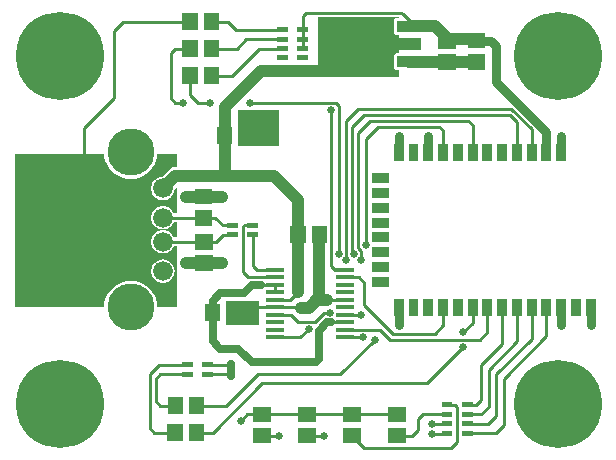
<source format=gbr>
G04 start of page 2 for group 0 idx 0 *
G04 Title: (unknown), top *
G04 Creator: pcb 20140316 *
G04 CreationDate: Sun 13 Sep 2020 05:48:37 PM GMT UTC *
G04 For: railfan *
G04 Format: Gerber/RS-274X *
G04 PCB-Dimensions (mil): 2000.00 1500.00 *
G04 PCB-Coordinate-Origin: lower left *
%MOIN*%
%FSLAX25Y25*%
%LNTOP*%
%ADD29C,0.0360*%
%ADD28C,0.0910*%
%ADD27C,0.1285*%
%ADD26C,0.0120*%
%ADD25C,0.0260*%
%ADD24R,0.0330X0.0330*%
%ADD23R,0.0945X0.0945*%
%ADD22R,0.0378X0.0378*%
%ADD21R,0.0130X0.0130*%
%ADD20R,0.0167X0.0167*%
%ADD19R,0.0512X0.0512*%
%ADD18C,0.0660*%
%ADD17C,0.1570*%
%ADD16C,0.2937*%
%ADD15C,0.0250*%
%ADD14C,0.0300*%
%ADD13C,0.0100*%
%ADD12C,0.0400*%
%ADD11C,0.0001*%
G54D11*G36*
X130000Y126000D02*X103000D01*
Y146000D01*
X130000D01*
Y145788D01*
X129264Y145787D01*
X129111Y145750D01*
X128965Y145690D01*
X128831Y145608D01*
X128712Y145505D01*
X128609Y145386D01*
X128527Y145251D01*
X128467Y145106D01*
X128430Y144953D01*
X128421Y144796D01*
X128430Y140859D01*
X128467Y140706D01*
X128527Y140561D01*
X128609Y140426D01*
X128712Y140307D01*
X128831Y140204D01*
X128965Y140122D01*
X129111Y140062D01*
X129264Y140025D01*
X129421Y140016D01*
X130000Y140017D01*
Y133976D01*
X129264Y133975D01*
X129111Y133938D01*
X128965Y133878D01*
X128831Y133796D01*
X128712Y133693D01*
X128609Y133574D01*
X128527Y133439D01*
X128467Y133294D01*
X128430Y133141D01*
X128421Y132984D01*
X128430Y129047D01*
X128467Y128894D01*
X128527Y128749D01*
X128609Y128614D01*
X128712Y128495D01*
X128831Y128392D01*
X128965Y128310D01*
X129111Y128250D01*
X129264Y128213D01*
X129421Y128204D01*
X130000Y128205D01*
Y126000D01*
G37*
G36*
X76500Y115000D02*X90000D01*
Y103000D01*
X76500D01*
Y115000D01*
G37*
G36*
X51394Y75188D02*X51400Y75188D01*
X52012Y75236D01*
X52609Y75379D01*
X53176Y75614D01*
X53699Y75935D01*
X54166Y76334D01*
X54565Y76801D01*
X54886Y77324D01*
X55000Y77600D01*
X56000D01*
Y72600D01*
X55000D01*
X54886Y72876D01*
X54565Y73399D01*
X54166Y73866D01*
X53699Y74265D01*
X53176Y74586D01*
X52609Y74821D01*
X52012Y74964D01*
X51400Y75012D01*
X51394Y75012D01*
Y75188D01*
G37*
G36*
Y84988D02*X51400Y84988D01*
X52012Y85036D01*
X52609Y85179D01*
X53176Y85414D01*
X53699Y85735D01*
X54166Y86134D01*
X54565Y86601D01*
X54886Y87124D01*
X55121Y87691D01*
X55264Y88288D01*
X55278Y88536D01*
X56000Y89257D01*
Y86118D01*
X55991Y86000D01*
X56000Y85882D01*
Y80600D01*
X55000D01*
X54886Y80876D01*
X54565Y81399D01*
X54166Y81866D01*
X53699Y82265D01*
X53176Y82586D01*
X52609Y82821D01*
X52012Y82964D01*
X51400Y83012D01*
X51394Y83012D01*
Y84988D01*
G37*
G36*
Y100500D02*X56000D01*
Y96000D01*
X55618D01*
X55500Y96009D01*
X55029Y95972D01*
X54570Y95862D01*
X54134Y95681D01*
X53731Y95435D01*
X53731Y95434D01*
X53372Y95128D01*
X53296Y95038D01*
X51394Y93137D01*
Y100500D01*
G37*
G36*
X56000Y49500D02*X51394D01*
Y57388D01*
X51400Y57388D01*
X52012Y57436D01*
X52609Y57579D01*
X53176Y57814D01*
X53699Y58135D01*
X54166Y58534D01*
X54565Y59001D01*
X54886Y59524D01*
X55121Y60091D01*
X55264Y60688D01*
X55300Y61300D01*
X55264Y61912D01*
X55121Y62509D01*
X54886Y63076D01*
X54565Y63599D01*
X54166Y64066D01*
X53699Y64465D01*
X53176Y64786D01*
X52609Y65021D01*
X52012Y65164D01*
X51400Y65212D01*
X51394Y65212D01*
Y67188D01*
X51400Y67188D01*
X52012Y67236D01*
X52609Y67379D01*
X53176Y67614D01*
X53699Y67935D01*
X54166Y68334D01*
X54565Y68801D01*
X54886Y69324D01*
X55000Y69600D01*
X56000D01*
Y64118D01*
X55991Y64000D01*
X56000Y63882D01*
Y49500D01*
G37*
G36*
X51394D02*X49532D01*
X49468Y50589D01*
X49143Y51943D01*
X48610Y53230D01*
X47882Y54418D01*
X46977Y55477D01*
X45918Y56382D01*
X44730Y57110D01*
X43443Y57643D01*
X42089Y57968D01*
X40700Y58077D01*
X39311Y57968D01*
X37957Y57643D01*
X36670Y57110D01*
X35482Y56382D01*
X34423Y55477D01*
X33518Y54418D01*
X32790Y53230D01*
X32257Y51943D01*
X31932Y50589D01*
X31846Y49500D01*
X2000D01*
Y100500D01*
X31854D01*
X31932Y99511D01*
X32257Y98157D01*
X32790Y96870D01*
X33518Y95682D01*
X34423Y94623D01*
X35482Y93718D01*
X36670Y92990D01*
X37957Y92457D01*
X39311Y92132D01*
X40700Y92023D01*
X42089Y92132D01*
X43443Y92457D01*
X44730Y92990D01*
X45918Y93718D01*
X46977Y94623D01*
X47882Y95682D01*
X48610Y96870D01*
X49143Y98157D01*
X49468Y99511D01*
X49526Y100500D01*
X51394D01*
Y93137D01*
X51041Y92784D01*
X50788Y92764D01*
X50191Y92621D01*
X49624Y92386D01*
X49101Y92065D01*
X48634Y91666D01*
X48235Y91199D01*
X47914Y90676D01*
X47679Y90109D01*
X47536Y89512D01*
X47488Y88900D01*
X47536Y88288D01*
X47679Y87691D01*
X47914Y87124D01*
X48235Y86601D01*
X48634Y86134D01*
X49101Y85735D01*
X49624Y85414D01*
X50191Y85179D01*
X50788Y85036D01*
X51394Y84988D01*
Y83012D01*
X50788Y82964D01*
X50191Y82821D01*
X49624Y82586D01*
X49101Y82265D01*
X48634Y81866D01*
X48235Y81399D01*
X47914Y80876D01*
X47679Y80309D01*
X47536Y79712D01*
X47488Y79100D01*
X47536Y78488D01*
X47679Y77891D01*
X47914Y77324D01*
X48235Y76801D01*
X48634Y76334D01*
X49101Y75935D01*
X49624Y75614D01*
X50191Y75379D01*
X50788Y75236D01*
X51394Y75188D01*
Y75012D01*
X50788Y74964D01*
X50191Y74821D01*
X49624Y74586D01*
X49101Y74265D01*
X48634Y73866D01*
X48235Y73399D01*
X47914Y72876D01*
X47679Y72309D01*
X47536Y71712D01*
X47488Y71100D01*
X47536Y70488D01*
X47679Y69891D01*
X47914Y69324D01*
X48235Y68801D01*
X48634Y68334D01*
X49101Y67935D01*
X49624Y67614D01*
X50191Y67379D01*
X50788Y67236D01*
X51394Y67188D01*
Y65212D01*
X50788Y65164D01*
X50191Y65021D01*
X49624Y64786D01*
X49101Y64465D01*
X48634Y64066D01*
X48235Y63599D01*
X47914Y63076D01*
X47679Y62509D01*
X47536Y61912D01*
X47488Y61300D01*
X47536Y60688D01*
X47679Y60091D01*
X47914Y59524D01*
X48235Y59001D01*
X48634Y58534D01*
X49101Y58135D01*
X49624Y57814D01*
X50191Y57579D01*
X50788Y57436D01*
X51394Y57388D01*
Y49500D01*
G37*
G36*
X83500Y43500D02*X72500D01*
Y51500D01*
X83500D01*
Y43500D01*
G37*
G54D12*X71914Y106500D02*X71957Y106543D01*
G54D13*X26500Y96000D02*Y83500D01*
G54D12*X51400Y88900D02*X55500Y93000D01*
X88500D01*
X59000Y86000D02*X71000D01*
G54D13*X35000Y119000D02*X25000Y109000D01*
Y97500D01*
G54D12*X88500Y93000D02*X96457Y85043D01*
G54D13*X107500Y63000D02*Y115000D01*
X112500Y65000D02*Y111500D01*
X114500Y67500D02*Y109500D01*
X116500Y69000D02*Y107500D01*
X119000Y70000D02*Y105500D01*
X110000Y67000D02*Y116500D01*
X116500Y115500D02*X112500Y111500D01*
X118500Y113500D02*X114500Y109500D01*
X110000Y116500D02*X109000Y117500D01*
X80500D02*X109000D01*
X98000Y135500D02*Y144500D01*
Y143500D02*Y146500D01*
X99000Y147500D01*
X91304Y141799D02*X75701D01*
X91304Y138650D02*X79150D01*
X91304Y135500D02*X83500D01*
X75701Y141799D02*X73000Y144500D01*
X79150Y138650D02*X76000Y135500D01*
X67543D01*
X83500D02*X74500Y126500D01*
X67543D01*
G54D12*X107000Y128000D02*X84000D01*
X133358Y142906D02*X142137D01*
X146500Y138543D01*
X140500Y131000D02*X133452D01*
X155914D02*X137000D01*
G54D13*X131406Y147000D02*X135500Y142906D01*
X99000Y147500D02*X130906D01*
X132500Y145906D01*
G54D12*X146000Y138543D02*X155871D01*
X155914Y138586D01*
G54D14*X160914Y138086D02*X155914D01*
G54D13*X73000Y144500D02*X67543D01*
X38500D02*X60457D01*
X40500D02*X38000D01*
X35000Y141500D01*
X54000Y134000D02*X55500Y135500D01*
X54000Y134000D02*Y119000D01*
X55500Y117500D01*
X58000D01*
X55500Y135500D02*X60457D01*
X35000Y141500D02*Y119000D01*
G54D12*X84000Y128000D02*X76000Y120000D01*
X71957Y115957D02*X77500Y121500D01*
G54D13*X60457Y126500D02*Y120043D01*
G54D12*X72000Y107000D02*X71957Y107043D01*
G54D13*X60457Y120043D02*X63000Y117500D01*
X67000D01*
G54D12*X72000Y116000D02*Y93000D01*
G54D14*X179224Y100799D02*Y107776D01*
G54D13*X169382Y100799D02*Y111118D01*
X174303Y108697D02*Y100799D01*
G54D14*X179224Y107776D02*X162500Y124500D01*
Y136500D01*
X160914Y138086D01*
G54D13*X169382Y111118D02*X167000Y113500D01*
X167500Y115500D02*X174303Y108697D01*
G54D14*X184146Y100799D02*Y106500D01*
X139854Y100799D02*Y106500D01*
G54D13*X144776Y108224D02*Y100799D01*
X154618D02*Y109882D01*
X153000Y111500D01*
G54D14*X130012Y100799D02*Y106500D01*
G54D13*X119000Y105500D02*X123000Y109500D01*
X120500Y111500D02*X116500Y107500D01*
X123000Y109500D02*X143500D01*
X144776Y108224D01*
X120500Y111500D02*X153000D01*
X118500Y113500D02*X167000D01*
X116500Y115500D02*X167500D01*
X49000Y18000D02*Y25500D01*
X47000Y27000D02*Y9000D01*
X50500Y16500D02*X49000Y18000D01*
Y25500D02*X50500Y27000D01*
X50075Y30075D02*X47000Y27000D01*
G54D15*X74000Y30500D02*Y26500D01*
G54D13*X66348Y30075D02*X73575D01*
X66348Y26925D02*X73075D01*
X62586Y16500D02*X72500D01*
X83000Y27000D01*
X68000Y7500D02*X84500Y24000D01*
X50500Y27000D02*X59577D01*
X59652Y30075D02*X50075D01*
X118457Y2500D02*X114500Y6457D01*
X105000Y6500D02*X99500D01*
X129500Y6457D02*X134457D01*
X129500Y13543D02*X79543D01*
X90000Y6500D02*X84500D01*
X79543Y13543D02*X77500Y11500D01*
X55500Y16500D02*X50500D01*
X47000Y9000D02*X48500Y7500D01*
X55457D01*
X62543D02*X68000D01*
X141000Y10500D02*X146152D01*
X134457Y6457D02*X136500Y8500D01*
Y12000D01*
X138075Y13575D01*
X146152D01*
X141000Y7000D02*X146152D01*
X147500Y2500D02*X149500Y4500D01*
Y16000D01*
X148776Y16724D01*
X146152D01*
X118457Y2500D02*X147500D01*
X165000Y25500D02*Y10000D01*
X162276Y7276D01*
X162500Y13000D02*X159925Y10425D01*
X162276Y7276D02*X152848D01*
X159925Y10425D02*X152848D01*
X157575Y13575D02*X152848D01*
X162500Y27000D02*Y13000D01*
X160000Y28500D02*Y16000D01*
X157575Y13575D01*
X157500Y30000D02*Y18500D01*
X155724Y16724D01*
X152848D01*
G54D14*X193988Y49201D02*Y43500D01*
X184146Y49201D02*Y43500D01*
G54D13*X179224Y49201D02*Y39724D01*
X165000Y25500D01*
X174303Y49201D02*Y38803D01*
X169382Y49201D02*Y37882D01*
X164461Y49201D02*Y36961D01*
X174303Y38803D02*X162500Y27000D01*
X169382Y37882D02*X160000Y28500D01*
X164461Y36961D02*X157500Y30000D01*
G54D12*X59000Y64000D02*X71000D01*
G54D13*X51400Y71100D02*X69100D01*
X81348Y73425D02*Y63152D01*
X82750Y61750D01*
X51400Y79100D02*X68900D01*
G54D15*X67957Y51457D02*X70500Y54000D01*
X78500D01*
G54D13*X69100Y71100D02*X71425Y73425D01*
X74652D01*
X68900Y79100D02*X71425Y76575D01*
X74652D01*
X81348D02*X78575D01*
X78000Y76000D01*
Y61000D01*
X79750Y59250D01*
G54D14*X130012Y49201D02*Y43500D01*
G54D13*X128000Y40500D02*X142000D01*
X127000Y38500D02*X157000D01*
X159539Y41039D01*
X142000Y40500D02*X144776Y43276D01*
Y49201D01*
X159539Y41039D02*Y49201D01*
X154618D02*Y44118D01*
X151500Y41000D01*
Y36000D02*X139500Y24000D01*
X88886Y56750D02*X81621D01*
X88750D02*Y54386D01*
X88886Y54250D01*
Y49250D02*X81750D01*
X89250D02*X97750D01*
X98000Y49000D01*
X88886Y51750D02*X93750D01*
G54D15*X78500Y54000D02*X81250Y56750D01*
X84250D01*
G54D13*X82750Y61750D02*X88886D01*
X79750Y59250D02*X88886D01*
G54D12*X100000Y49000D02*X97500D01*
G54D13*X88886Y46750D02*X94250D01*
X96500Y44500D01*
X102000D01*
X88886Y39250D02*X97250D01*
X100000Y42000D01*
G54D15*X102500Y31000D02*X81000D01*
G54D13*X83000Y27000D02*X110500D01*
G54D15*X81000Y31000D02*X76500Y35500D01*
X70500D01*
X67957Y38043D01*
Y51457D02*Y38043D01*
G54D13*X112114Y44250D02*X107250D01*
G54D15*X107500D02*X106250D01*
G54D13*X112114Y51750D02*X106750D01*
X102000Y44500D02*X105000Y47500D01*
X112114Y46750D02*X117500D01*
X105000Y47500D02*X107000D01*
G54D12*X106000Y51750D02*X102750D01*
G54D15*X106250Y44250D02*X103500Y41500D01*
Y32000D01*
G54D13*X112114Y41750D02*X123750D01*
X112114Y39250D02*X118000D01*
G54D15*X103500Y32000D02*X102500Y31000D01*
G54D13*X110500Y27000D02*X122000Y38500D01*
X123750Y41750D02*X127000Y38500D01*
X84500Y24000D02*X139500D01*
X128000Y40500D02*X118500Y50000D01*
G54D12*X103543Y73500D02*Y52543D01*
X100500Y49500D01*
X102750Y51750D02*X102000Y51000D01*
X96500Y73543D02*Y54500D01*
G54D13*X93750Y51750D02*X96500Y54500D01*
G54D12*X96457Y85043D02*Y73500D01*
G54D13*X107500Y63000D02*X108750Y61750D01*
X112114D01*
X117500Y65000D02*Y68000D01*
X116500Y69000D01*
X114500Y67500D02*X115000Y67000D01*
X112114Y59250D02*X116750D01*
X118500Y57500D01*
Y50000D01*
G54D16*X17000Y17000D03*
G54D17*X40700Y49200D03*
G54D18*X51400Y71100D03*
Y61300D03*
G54D16*X183000Y133000D03*
Y17000D03*
X17000Y133000D03*
G54D17*X40700Y100900D03*
G54D18*X51400Y79100D03*
Y88900D03*
G54D19*X64521Y79000D02*X65307D01*
X64521Y86086D02*X65307D01*
X64607Y71043D02*X65393D01*
X64607Y63957D02*X65393D01*
G54D20*X73717Y76575D02*X75587D01*
X73717Y73425D02*X75587D01*
X80413D02*X82283D01*
X80413Y76575D02*X82283D01*
G54D19*X67957Y47893D02*Y47107D01*
X75043Y47893D02*Y47107D01*
G54D20*X65413Y26925D02*X67283D01*
X65413Y30075D02*X67283D01*
X58717D02*X60587D01*
X58717Y26925D02*X60587D01*
G54D19*X55457Y7893D02*Y7107D01*
X62543Y7893D02*Y7107D01*
X55500Y16893D02*Y16107D01*
X62586Y16893D02*Y16107D01*
X84107Y13543D02*X84893D01*
X84107Y6457D02*X84893D01*
X96457Y73893D02*Y73107D01*
X103543Y73893D02*Y73107D01*
G54D21*X109811Y39250D02*X114417D01*
X109811Y41750D02*X114417D01*
X109811Y44250D02*X114417D01*
X109811Y46750D02*X114417D01*
X109811Y49250D02*X114417D01*
X109811Y51750D02*X114417D01*
X109811Y54250D02*X114417D01*
X109811Y56750D02*X114417D01*
X109811Y59250D02*X114417D01*
X109811Y61750D02*X114417D01*
X86583D02*X91189D01*
X86583Y59250D02*X91189D01*
X86583Y56750D02*X91189D01*
X86583Y54250D02*X91189D01*
X86583Y51750D02*X91189D01*
X86583Y49250D02*X91189D01*
X86583Y46750D02*X91189D01*
X86583Y44250D02*X91189D01*
X86583Y41750D02*X91189D01*
X86583Y39250D02*X91189D01*
G54D19*X155521Y138086D02*X156307D01*
X155521Y131000D02*X156307D01*
X145607Y138043D02*X146393D01*
X145607Y130957D02*X146393D01*
G54D22*X131311Y131094D02*X135405D01*
X123595Y137000D02*X135405D01*
G54D23*X119971D02*X121861D01*
G54D11*G36*
X125166Y133695D02*X128006Y136535D01*
X129426Y135115D01*
X126586Y132275D01*
X125166Y133695D01*
G37*
G36*
X126586Y141725D02*X129426Y138885D01*
X128006Y137465D01*
X125166Y140305D01*
X126586Y141725D01*
G37*
G54D22*X131311Y142906D02*X135405D01*
G54D19*X71957Y106893D02*Y106107D01*
X79043Y106893D02*Y106107D01*
G54D20*X90369Y141799D02*X92239D01*
X90369Y138650D02*X92239D01*
X90369Y135500D02*X92239D01*
X90369Y132351D02*X92239D01*
X97065D02*X98935D01*
X97065Y135500D02*X98935D01*
X97065Y138650D02*X98935D01*
X97065Y141799D02*X98935D01*
G54D19*X60457Y135893D02*Y135107D01*
Y126893D02*Y126107D01*
Y144893D02*Y144107D01*
X67543Y135893D02*Y135107D01*
Y126893D02*Y126107D01*
Y144893D02*Y144107D01*
G54D24*X184146Y102000D02*Y99598D01*
X179224Y102000D02*Y99598D01*
X174303Y102000D02*Y99598D01*
X169382Y102000D02*Y99598D01*
X164461Y102000D02*Y99598D01*
X159539Y102000D02*Y99598D01*
X154618Y102000D02*Y99598D01*
X149697Y102000D02*Y99598D01*
X144776Y102000D02*Y99598D01*
X139854Y102000D02*Y99598D01*
X134933Y102000D02*Y99598D01*
X130012Y102000D02*Y99598D01*
X122752Y92224D02*X125150D01*
X122752Y87303D02*X125150D01*
X122752Y82382D02*X125150D01*
X122752Y77461D02*X125150D01*
X122752Y72539D02*X125150D01*
X122752Y67618D02*X125150D01*
X122752Y62697D02*X125150D01*
X122752Y57776D02*X125150D01*
X130012Y50402D02*Y48000D01*
X134933Y50402D02*Y48000D01*
X139854Y50402D02*Y48000D01*
X144776Y50402D02*Y48000D01*
X149697Y50402D02*Y48000D01*
X154618Y50402D02*Y48000D01*
X159539Y50402D02*Y48000D01*
X164461Y50402D02*Y48000D01*
X169382Y50402D02*Y48000D01*
X174303Y50402D02*Y48000D01*
X179224Y50402D02*Y48000D01*
X184146Y50402D02*Y48000D01*
X189067Y50402D02*Y48000D01*
X193988Y50402D02*Y48000D01*
G54D19*X129107Y13543D02*X129893D01*
X129107Y6457D02*X129893D01*
X114107Y13543D02*X114893D01*
X114107Y6457D02*X114893D01*
X99107Y13543D02*X99893D01*
X99107Y6457D02*X99893D01*
G54D20*X145217Y16724D02*X147087D01*
X145217Y13575D02*X147087D01*
X145217Y10425D02*X147087D01*
X145217Y7276D02*X147087D01*
X151913D02*X153783D01*
X151913Y10425D02*X153783D01*
X151913Y13575D02*X153783D01*
X151913Y16724D02*X153783D01*
G54D25*X67000Y117500D03*
X58000D03*
X59000Y86000D03*
X71000D03*
X80500Y117500D03*
X84000Y112500D03*
X87500D03*
Y109000D03*
Y105500D03*
X84000Y109000D03*
Y105500D03*
X140000Y131000D03*
X151000D03*
X126000Y144000D03*
X122500D03*
X119000D03*
X110500D03*
X115500D03*
X112500Y137000D03*
Y140500D03*
Y133500D03*
X107500Y115000D03*
X126000Y130000D03*
X122500D03*
X119000D03*
X115500D03*
X110500D03*
X184146Y106500D03*
X139854D03*
X130012D03*
X52500Y53500D03*
X43500Y66500D03*
Y62000D03*
X39000Y66500D03*
Y62000D03*
X59000Y64000D03*
X193988Y43500D03*
X184146D03*
X130012D03*
X122000Y38500D03*
X118000Y39250D03*
X151500Y41000D03*
Y36000D03*
X71000Y64000D03*
X81500Y45500D03*
Y49500D03*
X105000Y6500D03*
X90000D03*
X77500Y11500D03*
X141000Y10500D03*
Y7000D03*
X74000Y26500D03*
Y30500D03*
X97500Y49000D03*
X106000Y51750D03*
X117500Y46750D03*
X100000Y42000D03*
X107000Y47500D03*
X117500Y65000D03*
X115000Y67000D03*
X112500Y65000D03*
X110000Y67000D03*
X119000Y70000D03*
G54D26*G54D27*G54D28*G54D29*G54D27*G54D28*G54D29*M02*

</source>
